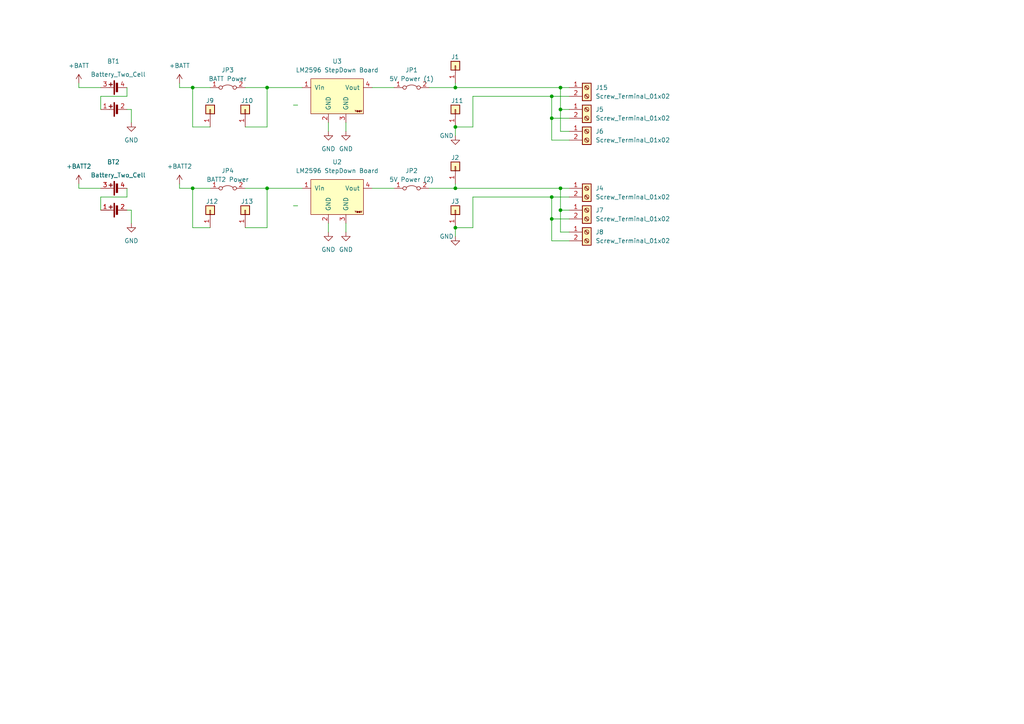
<source format=kicad_sch>
(kicad_sch (version 20230121) (generator eeschema)
  (paper "A4")
  (lib_symbols
    (symbol "Connector:Screw_Terminal_01x02" (pin_names (offset 1.016) hide)
      (property "Reference" "J" (at 0 2.54 0))
      (property "Value" "Screw_Terminal_01x02" (at 0 -5.08 0))
      (symbol "Screw_Terminal_01x02_1_1"
        (rectangle (start -1.27 1.27) (end 1.27 -3.81) (stroke (width 0.254)) (fill (type background)))
        (circle (center 0 -2.54) (radius 0.635) (stroke (width 0.1524)))
        (polyline (pts (xy -0.5334 -2.2098) (xy 0.3302 -3.048)) (stroke (width 0.1524)))
        (polyline (pts (xy -0.5334 0.3302) (xy 0.3302 -0.508)) (stroke (width 0.1524)))
        (polyline (pts (xy -0.3556 -2.032) (xy 0.508 -2.8702)) (stroke (width 0.1524)))
        (polyline (pts (xy -0.3556 0.508) (xy 0.508 -0.3302)) (stroke (width 0.1524)))
        (circle (center 0 0) (radius 0.635) (stroke (width 0.1524)))
        (pin passive line (at -5.08 0 0) (length 3.81) (name "Pin_1") (number "1"))
        (pin passive line (at -5.08 -2.54 0) (length 3.81) (name "Pin_2") (number "2"))
      )
    )
    (symbol "Connector_Generic:Conn_01x01" (pin_names (offset 1.016) hide)
      (property "Reference" "J" (at 0 2.54 0))
      (property "Value" "Conn_01x01" (at 0 -2.54 0))
      (symbol "Conn_01x01_1_1"
        (rectangle (start -1.27 0.127) (end 0 -0.127) (stroke (width 0.1524)))
        (rectangle (start -1.27 1.27) (end 1.27 -1.27) (stroke (width 0.254)) (fill (type background)))
        (pin passive line (at -5.08 0 0) (length 3.81) (name "Pin_1") (number "1"))
      )
    )
    (symbol "Jumper:Jumper_2_Bridged" (pin_names (offset 0) hide)
      (property "Reference" "JP" (at 0 1.905 0))
      (property "Value" "Jumper_2_Bridged" (at 0 -2.54 0))
      (symbol "Jumper_2_Bridged_0_0"
        (circle (center -2.032 0) (radius 0.508))
        (circle (center 2.032 0) (radius 0.508))
      )
      (symbol "Jumper_2_Bridged_0_1"
        (arc (start 1.524 0.254) (mid 0 0.762) (end -1.524 0.254))
      )
      (symbol "Jumper_2_Bridged_1_1"
        (pin passive line (at -5.08 0 0) (length 2.54) (name "A") (number "1"))
        (pin passive line (at 5.08 0 180) (length 2.54) (name "B") (number "2"))
      )
    )
    (symbol "Kicad_Personal:+BATT2" (power) (pin_names (offset 0))
      (property "Value" "+BATT2" (at 0 3.556 0))
      (symbol "+BATT2_0_1"
        (polyline (pts (xy -0.762 1.27) (xy 0 2.54)))
        (polyline (pts (xy 0 0) (xy 0 2.54)))
        (polyline (pts (xy 0 2.54) (xy 0.762 1.27)))
      )
      (symbol "+BATT2_1_1"
        (pin power_in line (at 0 0 90) (length 0) hide (name "+BATT2") (number "1"))
      )
    )
    (symbol "LM2596_Board:YAAJ_DCDC_StepDown_LM2596" (pin_names (offset 1.016))
      (property "Reference" "U" (at -5.08 6.35 0))
      (property "Value" "YAAJ_DCDC_StepDown_LM2596" (at 0 11.43 0))
      (symbol "YAAJ_DCDC_StepDown_LM2596_0_1"
        (rectangle (start -7.62 5.08) (end 7.62 -5.08) (fill (type background)))
      )
      (symbol "YAAJ_DCDC_StepDown_LM2596_1_1"
        (text "Y@@V" (at 6.1976 -4.2672 0) (effects (font (size 0.508 0.508))))
        (pin power_in line (at -10.16 2.54 0) (length 2.54) (name "Vin") (number "1"))
        (pin power_in line (at -2.54 -7.62 90) (length 2.54) (name "GND") (number "2"))
        (pin power_in line (at 2.54 -7.62 90) (length 2.54) (name "GND") (number "3"))
        (pin power_out line (at 10.16 2.54 180) (length 2.54) (name "Vout") (number "4"))
      )
    )
    (symbol "battery_holder:Battery_Two_Cell" (pin_names (offset 0) hide)
      (property "Reference" "BT" (at 2.54 2.54 0))
      (property "Value" "Battery_Two_Cell" (at 2.54 0.381 0))
      (symbol "Battery_Two_Cell_0_1"
        (rectangle (start -8.382 1.27) (end -4.318 1.016) (fill (type outline)))
        (rectangle (start -7.62 0.635) (end -5.0292 0.127) (fill (type outline)))
        (rectangle (start -2.032 1.27) (end 2.032 1.016) (fill (type outline)))
        (rectangle (start -1.27 0.635) (end 1.3208 0.127) (fill (type outline)))
        (polyline (pts (xy -6.35 1.27) (xy -6.35 2.54)))
        (polyline (pts (xy -5.969 2.159) (xy -4.953 2.159)) (stroke (width 0.254)))
        (polyline (pts (xy -5.461 2.667) (xy -5.461 1.651)) (stroke (width 0.254)))
        (polyline (pts (xy 0 1.27) (xy 0 2.54)))
        (polyline (pts (xy 0.381 2.159) (xy 1.397 2.159)) (stroke (width 0.254)))
        (polyline (pts (xy 0.889 2.667) (xy 0.889 1.651)) (stroke (width 0.254)))
      )
      (symbol "Battery_Two_Cell_1_1"
        (pin passive line (at -6.35 5.08 270) (length 2.54) (name "+") (number "1"))
        (pin passive line (at -6.35 -2.54 90) (length 2.54) (name "-") (number "2"))
        (pin passive line (at 0 5.08 270) (length 2.54) (name "+") (number "3"))
        (pin passive line (at 0 -2.54 90) (length 2.54) (name "-") (number "4"))
      )
    )
    (symbol "power:+BATT" (power) (pin_names (offset 0))
      (property "Value" "+BATT" (at 0 3.556 0))
      (symbol "+BATT_0_1"
        (polyline (pts (xy -0.762 1.27) (xy 0 2.54)))
        (polyline (pts (xy 0 0) (xy 0 2.54)))
        (polyline (pts (xy 0 2.54) (xy 0.762 1.27)))
      )
      (symbol "+BATT_1_1"
        (pin power_in line (at 0 0 90) (length 0) hide (name "+BATT") (number "1"))
      )
    )
    (symbol "power:GND" (power) (pin_names (offset 0))
      (property "Value" "GND" (at 0 -3.81 0))
      (symbol "GND_0_1"
        (polyline (pts (xy 0 0) (xy 0 -1.27) (xy 1.27 -1.27) (xy 0 -2.54) (xy -1.27 -1.27) (xy 0 -1.27)))
      )
      (symbol "GND_1_1"
        (pin power_in line (at 0 0 270) (length 0) hide (name "GND") (number "1"))
      )
    )
  )
  (junction (at 77.47 54.61))
  (junction (at 160.02 57.15))
  (junction (at 77.47 25.4))
  (junction (at 162.56 60.96))
  (junction (at 132.08 54.61))
  (junction (at 55.88 54.61))
  (junction (at 132.08 25.4))
  (junction (at 160.02 27.94))
  (junction (at 132.08 66.04))
  (junction (at 162.56 25.4))
  (junction (at 162.56 31.75))
  (junction (at 160.02 34.29))
  (junction (at 162.56 54.61))
  (junction (at 55.88 25.4))
  (junction (at 132.08 36.83))
  (junction (at 160.02 63.5))
  (wire (pts (xy 55.88 54.61) (xy 55.88 66.04)))
  (wire (pts (xy 162.56 25.4) (xy 165.1 25.4)))
  (wire (pts (xy 71.12 54.61) (xy 77.47 54.61)))
  (wire (pts (xy 162.56 67.31) (xy 162.56 60.96)))
  (wire (pts (xy 71.12 36.83) (xy 77.47 36.83)))
  (wire (pts (xy 71.12 66.04) (xy 77.47 66.04)))
  (wire (pts (xy 55.88 25.4) (xy 60.96 25.4)))
  (wire (pts (xy 52.07 25.4) (xy 55.88 25.4)))
  (wire (pts (xy 38.1 31.75) (xy 38.1 35.56)))
  (wire (pts (xy 100.33 64.77) (xy 100.33 67.31)))
  (wire (pts (xy 85.09 30.48) (xy 86.36 30.48)))
  (wire (pts (xy 165.1 63.5) (xy 160.02 63.5)))
  (wire (pts (xy 132.08 24.13) (xy 132.08 25.4)))
  (wire (pts (xy 52.07 53.34) (xy 52.07 54.61)))
  (wire (pts (xy 165.1 69.85) (xy 160.02 69.85)))
  (wire (pts (xy 137.16 36.83) (xy 137.16 27.94)))
  (wire (pts (xy 71.12 25.4) (xy 77.47 25.4)))
  (wire (pts (xy 165.1 31.75) (xy 162.56 31.75)))
  (wire (pts (xy 132.08 54.61) (xy 162.56 54.61)))
  (wire (pts (xy 165.1 40.64) (xy 160.02 40.64)))
  (wire (pts (xy 29.21 57.15) (xy 29.21 60.96)))
  (wire (pts (xy 38.1 60.96) (xy 38.1 64.77)))
  (wire (pts (xy 137.16 66.04) (xy 137.16 57.15)))
  (wire (pts (xy 124.46 25.4) (xy 132.08 25.4)))
  (wire (pts (xy 132.08 25.4) (xy 162.56 25.4)))
  (wire (pts (xy 160.02 63.5) (xy 160.02 57.15)))
  (wire (pts (xy 165.1 60.96) (xy 162.56 60.96)))
  (wire (pts (xy 100.33 35.56) (xy 100.33 38.1)))
  (wire (pts (xy 95.25 35.56) (xy 95.25 38.1)))
  (wire (pts (xy 162.56 38.1) (xy 162.56 31.75)))
  (wire (pts (xy 36.83 57.15) (xy 29.21 57.15)))
  (wire (pts (xy 165.1 67.31) (xy 162.56 67.31)))
  (wire (pts (xy 160.02 27.94) (xy 165.1 27.94)))
  (wire (pts (xy 29.21 27.94) (xy 29.21 31.75)))
  (wire (pts (xy 137.16 57.15) (xy 160.02 57.15)))
  (wire (pts (xy 124.46 54.61) (xy 132.08 54.61)))
  (wire (pts (xy 77.47 66.04) (xy 77.47 54.61)))
  (wire (pts (xy 160.02 40.64) (xy 160.02 34.29)))
  (wire (pts (xy 132.08 53.34) (xy 132.08 54.61)))
  (wire (pts (xy 160.02 57.15) (xy 165.1 57.15)))
  (wire (pts (xy 36.83 31.75) (xy 38.1 31.75)))
  (wire (pts (xy 55.88 54.61) (xy 60.96 54.61)))
  (wire (pts (xy 132.08 66.04) (xy 137.16 66.04)))
  (wire (pts (xy 77.47 54.61) (xy 87.63 54.61)))
  (wire (pts (xy 77.47 25.4) (xy 87.63 25.4)))
  (wire (pts (xy 162.56 54.61) (xy 165.1 54.61)))
  (wire (pts (xy 160.02 34.29) (xy 160.02 27.94)))
  (wire (pts (xy 36.83 25.4) (xy 36.83 27.94)))
  (wire (pts (xy 29.21 25.4) (xy 22.86 25.4)))
  (wire (pts (xy 52.07 54.61) (xy 55.88 54.61)))
  (wire (pts (xy 165.1 34.29) (xy 160.02 34.29)))
  (wire (pts (xy 22.86 53.34) (xy 22.86 54.61)))
  (wire (pts (xy 137.16 27.94) (xy 160.02 27.94)))
  (wire (pts (xy 55.88 66.04) (xy 60.96 66.04)))
  (wire (pts (xy 55.88 36.83) (xy 60.96 36.83)))
  (wire (pts (xy 22.86 24.13) (xy 22.86 25.4)))
  (wire (pts (xy 29.21 54.61) (xy 22.86 54.61)))
  (wire (pts (xy 36.83 60.96) (xy 38.1 60.96)))
  (wire (pts (xy 95.25 64.77) (xy 95.25 67.31)))
  (wire (pts (xy 85.09 59.69) (xy 86.36 59.69)))
  (wire (pts (xy 132.08 39.37) (xy 132.08 36.83)))
  (wire (pts (xy 132.08 36.83) (xy 137.16 36.83)))
  (wire (pts (xy 165.1 38.1) (xy 162.56 38.1)))
  (wire (pts (xy 36.83 27.94) (xy 29.21 27.94)))
  (wire (pts (xy 55.88 25.4) (xy 55.88 36.83)))
  (wire (pts (xy 160.02 69.85) (xy 160.02 63.5)))
  (wire (pts (xy 162.56 31.75) (xy 162.56 25.4)))
  (wire (pts (xy 107.95 54.61) (xy 114.3 54.61)))
  (wire (pts (xy 132.08 68.58) (xy 132.08 66.04)))
  (wire (pts (xy 52.07 24.13) (xy 52.07 25.4)))
  (wire (pts (xy 162.56 60.96) (xy 162.56 54.61)))
  (wire (pts (xy 77.47 36.83) (xy 77.47 25.4)))
  (wire (pts (xy 107.95 25.4) (xy 114.3 25.4)))
  (wire (pts (xy 36.83 54.61) (xy 36.83 57.15)))
  (symbol (lib_id "LM2596_Board:YAAJ_DCDC_StepDown_LM2596") (at 97.79 27.94 0) (unit 1)
    (property "Reference" "U3" (at 97.79 17.78 0))
    (property "Value" "LM2596 StepDown Board" (at 97.79 20.32 0))
    (property "Footprint" "LM2596_Board:YAAJ_DCDC_StepDown_LM2596" (effects hide))
  )
  (symbol (lib_id "Connector_Generic:Conn_01x01") (at 132.08 48.26 90) (unit 1)
    (property "Reference" "J2" (at 130.81 45.72 90) (effects (justify right)))
    (property "Value" "Conn_01x01" (effects hide))
    (property "Footprint" "TestPoint:TestPoint_Loop_D3.80mm_Drill2.0mm" (effects hide))
  )
  (symbol (lib_id "Kicad_Personal:+BATT2") (at 22.86 53.34 0) (unit 1)
    (property "Reference" "#PWR07" (effects hide))
    (property "Value" "+BATT2" (at 22.86 48.26 0))
  )
  (symbol (lib_id "power:GND") (at 38.1 64.77 0) (unit 1)
    (property "Reference" "#PWR06" (effects hide))
    (property "Value" "GND" (at 38.1 69.85 0))
  )
  (symbol (lib_id "Connector_Generic:Conn_01x01") (at 71.12 60.96 90) (unit 1)
    (property "Reference" "J13" (at 69.85 58.42 90) (effects (justify right)))
    (property "Value" "Conn_01x01" (effects hide))
    (property "Footprint" "TestPoint:TestPoint_Loop_D3.80mm_Drill2.0mm" (effects hide))
  )
  (symbol (lib_id "Connector_Generic:Conn_01x01") (at 132.08 31.75 90) (unit 1)
    (property "Reference" "J11" (at 130.81 29.21 90) (effects (justify right)))
    (property "Value" "Conn_01x01" (effects hide))
    (property "Footprint" "TestPoint:TestPoint_Loop_D3.80mm_Drill2.0mm" (effects hide))
  )
  (symbol (lib_id "Connector:Screw_Terminal_01x02") (at 170.18 25.4 0) (unit 1)
    (property "Reference" "J15" (at 172.72 25.4 0) (effects (justify left)))
    (property "Value" "Screw_Terminal_01x02" (at 172.72 27.94 0) (effects (justify left)))
    (property "Footprint" "Kicad_Personal:TerminalBlock_MAX-MX127-5.0-02P" (effects hide))
  )
  (symbol (lib_id "battery_holder:Battery_Two_Cell") (at 34.29 25.4 90) (unit 1)
    (property "Reference" "BT1" (at 32.893 17.78 90))
    (property "Value" "Battery_Two_Cell" (at 34.29 21.59 90))
    (property "Footprint" "2x18650_battery_holder:battery_holder" (effects hide))
  )
  (symbol (lib_id "Connector_Generic:Conn_01x01") (at 60.96 31.75 90) (unit 1)
    (property "Reference" "J9" (at 59.69 29.21 90) (effects (justify right)))
    (property "Value" "Conn_01x01" (effects hide))
    (property "Footprint" "TestPoint:TestPoint_Loop_D3.80mm_Drill2.0mm" (effects hide))
  )
  (symbol (lib_id "Connector_Generic:Conn_01x01") (at 71.12 31.75 90) (unit 1)
    (property "Reference" "J10" (at 69.85 29.21 90) (effects (justify right)))
    (property "Value" "Conn_01x01" (effects hide))
    (property "Footprint" "TestPoint:TestPoint_Loop_D3.80mm_Drill2.0mm" (effects hide))
  )
  (symbol (lib_id "Connector:Screw_Terminal_01x02") (at 170.18 67.31 0) (unit 1)
    (property "Reference" "J8" (at 172.72 67.31 0) (effects (justify left)))
    (property "Value" "Screw_Terminal_01x02" (at 172.72 69.85 0) (effects (justify left)))
    (property "Footprint" "Kicad_Personal:TerminalBlock_MAX-MX127-5.0-02P" (effects hide))
  )
  (symbol (lib_id "Jumper:Jumper_2_Bridged") (at 119.38 25.4 0) (unit 1)
    (property "Reference" "JP1" (at 119.38 20.32 0))
    (property "Value" "5V Power (1)" (at 119.38 22.86 0))
    (property "Footprint" "Connector_PinHeader_2.54mm:PinHeader_1x02_P2.54mm_Vertical" (effects hide))
  )
  (symbol (lib_id "power:+BATT") (at 22.86 24.13 0) (unit 1)
    (property "Reference" "#PWR0115" (effects hide))
    (property "Value" "+BATT" (at 22.86 19.05 0))
  )
  (symbol (lib_id "power:GND") (at 132.08 68.58 0) (unit 1)
    (property "Reference" "#PWR03" (effects hide))
    (property "Value" "GND" (at 129.54 68.58 0))
  )
  (symbol (lib_id "Connector:Screw_Terminal_01x02") (at 170.18 31.75 0) (unit 1)
    (property "Reference" "J5" (at 172.72 31.75 0) (effects (justify left)))
    (property "Value" "Screw_Terminal_01x02" (at 172.72 34.29 0) (effects (justify left)))
    (property "Footprint" "Kicad_Personal:TerminalBlock_MAX-MX127-5.0-02P" (effects hide))
  )
  (symbol (lib_id "Jumper:Jumper_2_Bridged") (at 119.38 54.61 0) (unit 1)
    (property "Reference" "JP2" (at 119.38 49.53 0))
    (property "Value" "5V Power (2)" (at 119.38 52.07 0))
    (property "Footprint" "Connector_PinHeader_2.54mm:PinHeader_1x02_P2.54mm_Vertical" (effects hide))
  )
  (symbol (lib_id "Connector:Screw_Terminal_01x02") (at 170.18 60.96 0) (unit 1)
    (property "Reference" "J7" (at 172.72 60.96 0) (effects (justify left)))
    (property "Value" "Screw_Terminal_01x02" (at 172.72 63.5 0) (effects (justify left)))
    (property "Footprint" "Kicad_Personal:TerminalBlock_MAX-MX127-5.0-02P" (effects hide))
  )
  (symbol (lib_id "Kicad_Personal:+BATT2") (at 52.07 53.34 0) (unit 1)
    (property "Reference" "#PWR01" (effects hide))
    (property "Value" "+BATT2" (at 52.07 48.26 0))
  )
  (symbol (lib_id "power:+BATT") (at 52.07 24.13 0) (unit 1)
    (property "Reference" "#PWR0110" (effects hide))
    (property "Value" "+BATT" (at 52.07 19.05 0))
  )
  (symbol (lib_id "LM2596_Board:YAAJ_DCDC_StepDown_LM2596") (at 97.79 57.15 0) (unit 1)
    (property "Reference" "U2" (at 97.79 46.99 0))
    (property "Value" "LM2596 StepDown Board" (at 97.79 49.53 0))
    (property "Footprint" "LM2596_Board:YAAJ_DCDC_StepDown_LM2596" (effects hide))
  )
  (symbol (lib_id "power:GND") (at 95.25 38.1 0) (unit 1)
    (property "Reference" "#PWR0108" (effects hide))
    (property "Value" "GND" (at 95.25 43.18 0))
  )
  (symbol (lib_id "Connector_Generic:Conn_01x01") (at 132.08 60.96 90) (unit 1)
    (property "Reference" "J3" (at 130.81 58.42 90) (effects (justify right)))
    (property "Value" "Conn_01x01" (effects hide))
    (property "Footprint" "TestPoint:TestPoint_Loop_D3.80mm_Drill2.0mm" (effects hide))
  )
  (symbol (lib_id "battery_holder:Battery_Two_Cell") (at 34.29 54.61 90) (unit 1)
    (property "Reference" "BT2" (at 32.893 46.99 90))
    (property "Value" "Battery_Two_Cell" (at 34.29 50.8 90))
    (property "Footprint" "2x18650_battery_holder:battery_holder" (effects hide))
  )
  (symbol (lib_id "Connector:Screw_Terminal_01x02") (at 170.18 38.1 0) (unit 1)
    (property "Reference" "J6" (at 172.72 38.1 0) (effects (justify left)))
    (property "Value" "Screw_Terminal_01x02" (at 172.72 40.64 0) (effects (justify left)))
    (property "Footprint" "Kicad_Personal:TerminalBlock_MAX-MX127-5.0-02P" (effects hide))
  )
  (symbol (lib_id "Jumper:Jumper_2_Bridged") (at 66.04 54.61 0) (unit 1)
    (property "Reference" "JP4" (at 66.04 49.53 0))
    (property "Value" "BATT2 Power" (at 66.04 52.07 0))
    (property "Footprint" "Connector_PinHeader_2.54mm:PinHeader_1x02_P2.54mm_Vertical" (effects hide))
  )
  (symbol (lib_id "Connector_Generic:Conn_01x01") (at 60.96 60.96 90) (unit 1)
    (property "Reference" "J12" (at 59.69 58.42 90) (effects (justify right)))
    (property "Value" "Conn_01x01" (effects hide))
    (property "Footprint" "TestPoint:TestPoint_Loop_D3.80mm_Drill2.0mm" (effects hide))
  )
  (symbol (lib_id "Connector:Screw_Terminal_01x02") (at 170.18 54.61 0) (unit 1)
    (property "Reference" "J4" (at 172.72 54.61 0) (effects (justify left)))
    (property "Value" "Screw_Terminal_01x02" (at 172.72 57.15 0) (effects (justify left)))
    (property "Footprint" "Kicad_Personal:TerminalBlock_MAX-MX127-5.0-02P" (effects hide))
  )
  (symbol (lib_id "power:GND") (at 100.33 38.1 0) (unit 1)
    (property "Reference" "#PWR0109" (effects hide))
    (property "Value" "GND" (at 100.33 43.18 0))
  )
  (symbol (lib_id "Jumper:Jumper_2_Bridged") (at 66.04 25.4 0) (unit 1)
    (property "Reference" "JP3" (at 66.04 20.32 0))
    (property "Value" "BATT Power" (at 66.04 22.86 0))
    (property "Footprint" "Connector_PinHeader_2.54mm:PinHeader_1x02_P2.54mm_Vertical" (effects hide))
  )
  (symbol (lib_id "power:GND") (at 132.08 39.37 0) (unit 1)
    (property "Reference" "#PWR02" (effects hide))
    (property "Value" "GND" (at 129.54 39.37 0))
  )
  (symbol (lib_id "power:GND") (at 38.1 35.56 0) (unit 1)
    (property "Reference" "#PWR0114" (effects hide))
    (property "Value" "GND" (at 38.1 40.64 0))
  )
  (symbol (lib_id "Connector_Generic:Conn_01x01") (at 132.08 19.05 90) (unit 1)
    (property "Reference" "J1" (at 130.81 16.51 90) (effects (justify right)))
    (property "Value" "Conn_01x01" (effects hide))
    (property "Footprint" "TestPoint:TestPoint_Loop_D3.80mm_Drill2.0mm" (effects hide))
  )
  (symbol (lib_id "power:GND") (at 100.33 67.31 0) (unit 1)
    (property "Reference" "#PWR011" (effects hide))
    (property "Value" "GND" (at 100.33 72.39 0))
  )
  (symbol (lib_id "power:GND") (at 95.25 67.31 0) (unit 1)
    (property "Reference" "#PWR010" (effects hide))
    (property "Value" "GND" (at 95.25 72.39 0))
  )
)
</source>
